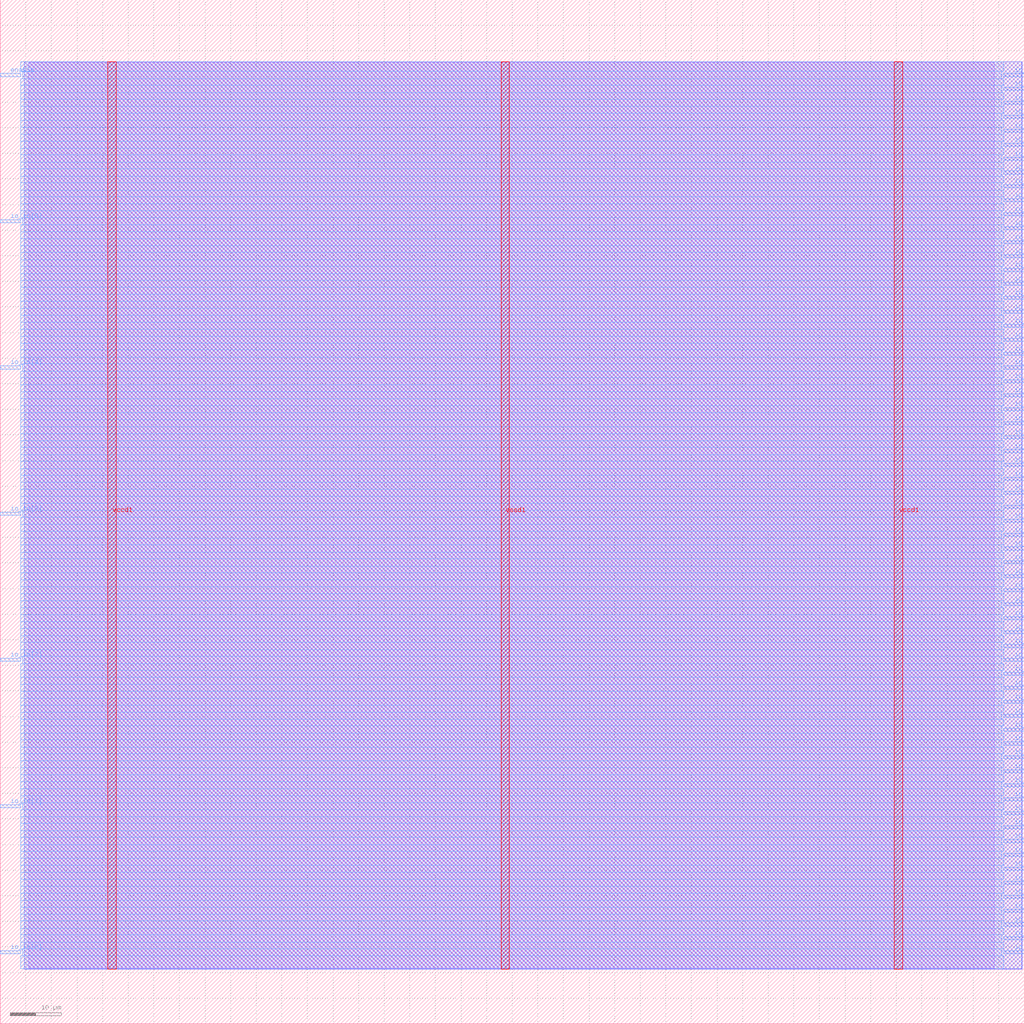
<source format=lef>
VERSION 5.7 ;
  NOWIREEXTENSIONATPIN ON ;
  DIVIDERCHAR "/" ;
  BUSBITCHARS "[]" ;
MACRO decoder_proj
  CLASS BLOCK ;
  FOREIGN decoder_proj ;
  ORIGIN 0.000 0.000 ;
  SIZE 200.000 BY 200.000 ;
  PIN enable
    DIRECTION INPUT ;
    USE SIGNAL ;
    ANTENNAGATEAREA 0.247500 ;
    PORT
      LAYER met3 ;
        RECT 0.000 185.000 4.000 185.600 ;
    END
  END enable
  PIN io_in[0]
    DIRECTION INPUT ;
    USE SIGNAL ;
    ANTENNAGATEAREA 0.742500 ;
    PORT
      LAYER met3 ;
        RECT 0.000 13.640 4.000 14.240 ;
    END
  END io_in[0]
  PIN io_in[1]
    DIRECTION INPUT ;
    USE SIGNAL ;
    ANTENNAGATEAREA 0.495000 ;
    PORT
      LAYER met3 ;
        RECT 0.000 42.200 4.000 42.800 ;
    END
  END io_in[1]
  PIN io_in[2]
    DIRECTION INPUT ;
    USE SIGNAL ;
    ANTENNAGATEAREA 0.495000 ;
    PORT
      LAYER met3 ;
        RECT 0.000 70.760 4.000 71.360 ;
    END
  END io_in[2]
  PIN io_in[3]
    DIRECTION INPUT ;
    USE SIGNAL ;
    ANTENNAGATEAREA 0.495000 ;
    PORT
      LAYER met3 ;
        RECT 0.000 99.320 4.000 99.920 ;
    END
  END io_in[3]
  PIN io_in[4]
    DIRECTION INPUT ;
    USE SIGNAL ;
    ANTENNAGATEAREA 0.213000 ;
    PORT
      LAYER met3 ;
        RECT 0.000 127.880 4.000 128.480 ;
    END
  END io_in[4]
  PIN io_in[5]
    DIRECTION INPUT ;
    USE SIGNAL ;
    ANTENNAGATEAREA 0.213000 ;
    PORT
      LAYER met3 ;
        RECT 0.000 156.440 4.000 157.040 ;
    END
  END io_in[5]
  PIN io_out[0]
    DIRECTION OUTPUT TRISTATE ;
    USE SIGNAL ;
    ANTENNADIFFAREA 0.795200 ;
    PORT
      LAYER met3 ;
        RECT 196.000 13.640 200.000 14.240 ;
    END
  END io_out[0]
  PIN io_out[10]
    DIRECTION OUTPUT TRISTATE ;
    USE SIGNAL ;
    ANTENNADIFFAREA 0.795200 ;
    PORT
      LAYER met3 ;
        RECT 196.000 40.840 200.000 41.440 ;
    END
  END io_out[10]
  PIN io_out[11]
    DIRECTION OUTPUT TRISTATE ;
    USE SIGNAL ;
    ANTENNADIFFAREA 0.445500 ;
    PORT
      LAYER met3 ;
        RECT 196.000 43.560 200.000 44.160 ;
    END
  END io_out[11]
  PIN io_out[12]
    DIRECTION OUTPUT TRISTATE ;
    USE SIGNAL ;
    ANTENNADIFFAREA 0.795200 ;
    PORT
      LAYER met3 ;
        RECT 196.000 46.280 200.000 46.880 ;
    END
  END io_out[12]
  PIN io_out[13]
    DIRECTION OUTPUT TRISTATE ;
    USE SIGNAL ;
    ANTENNADIFFAREA 0.795200 ;
    PORT
      LAYER met3 ;
        RECT 196.000 49.000 200.000 49.600 ;
    END
  END io_out[13]
  PIN io_out[14]
    DIRECTION OUTPUT TRISTATE ;
    USE SIGNAL ;
    ANTENNADIFFAREA 0.445500 ;
    PORT
      LAYER met3 ;
        RECT 196.000 51.720 200.000 52.320 ;
    END
  END io_out[14]
  PIN io_out[15]
    DIRECTION OUTPUT TRISTATE ;
    USE SIGNAL ;
    ANTENNADIFFAREA 0.795200 ;
    PORT
      LAYER met3 ;
        RECT 196.000 54.440 200.000 55.040 ;
    END
  END io_out[15]
  PIN io_out[16]
    DIRECTION OUTPUT TRISTATE ;
    USE SIGNAL ;
    ANTENNADIFFAREA 0.795200 ;
    PORT
      LAYER met3 ;
        RECT 196.000 57.160 200.000 57.760 ;
    END
  END io_out[16]
  PIN io_out[17]
    DIRECTION OUTPUT TRISTATE ;
    USE SIGNAL ;
    ANTENNADIFFAREA 0.445500 ;
    PORT
      LAYER met3 ;
        RECT 196.000 59.880 200.000 60.480 ;
    END
  END io_out[17]
  PIN io_out[18]
    DIRECTION OUTPUT TRISTATE ;
    USE SIGNAL ;
    ANTENNADIFFAREA 0.795200 ;
    PORT
      LAYER met3 ;
        RECT 196.000 62.600 200.000 63.200 ;
    END
  END io_out[18]
  PIN io_out[19]
    DIRECTION OUTPUT TRISTATE ;
    USE SIGNAL ;
    ANTENNADIFFAREA 0.445500 ;
    PORT
      LAYER met3 ;
        RECT 196.000 65.320 200.000 65.920 ;
    END
  END io_out[19]
  PIN io_out[1]
    DIRECTION OUTPUT TRISTATE ;
    USE SIGNAL ;
    ANTENNADIFFAREA 0.445500 ;
    PORT
      LAYER met3 ;
        RECT 196.000 16.360 200.000 16.960 ;
    END
  END io_out[1]
  PIN io_out[20]
    DIRECTION OUTPUT TRISTATE ;
    USE SIGNAL ;
    ANTENNADIFFAREA 0.445500 ;
    PORT
      LAYER met3 ;
        RECT 196.000 68.040 200.000 68.640 ;
    END
  END io_out[20]
  PIN io_out[21]
    DIRECTION OUTPUT TRISTATE ;
    USE SIGNAL ;
    ANTENNADIFFAREA 0.445500 ;
    PORT
      LAYER met3 ;
        RECT 196.000 70.760 200.000 71.360 ;
    END
  END io_out[21]
  PIN io_out[22]
    DIRECTION OUTPUT TRISTATE ;
    USE SIGNAL ;
    ANTENNADIFFAREA 0.795200 ;
    PORT
      LAYER met3 ;
        RECT 196.000 73.480 200.000 74.080 ;
    END
  END io_out[22]
  PIN io_out[23]
    DIRECTION OUTPUT TRISTATE ;
    USE SIGNAL ;
    ANTENNADIFFAREA 0.795200 ;
    PORT
      LAYER met3 ;
        RECT 196.000 76.200 200.000 76.800 ;
    END
  END io_out[23]
  PIN io_out[24]
    DIRECTION OUTPUT TRISTATE ;
    USE SIGNAL ;
    ANTENNADIFFAREA 0.445500 ;
    PORT
      LAYER met3 ;
        RECT 196.000 78.920 200.000 79.520 ;
    END
  END io_out[24]
  PIN io_out[25]
    DIRECTION OUTPUT TRISTATE ;
    USE SIGNAL ;
    ANTENNADIFFAREA 0.795200 ;
    PORT
      LAYER met3 ;
        RECT 196.000 81.640 200.000 82.240 ;
    END
  END io_out[25]
  PIN io_out[26]
    DIRECTION OUTPUT TRISTATE ;
    USE SIGNAL ;
    ANTENNADIFFAREA 0.445500 ;
    PORT
      LAYER met3 ;
        RECT 196.000 84.360 200.000 84.960 ;
    END
  END io_out[26]
  PIN io_out[27]
    DIRECTION OUTPUT TRISTATE ;
    USE SIGNAL ;
    ANTENNADIFFAREA 0.445500 ;
    PORT
      LAYER met3 ;
        RECT 196.000 87.080 200.000 87.680 ;
    END
  END io_out[27]
  PIN io_out[28]
    DIRECTION OUTPUT TRISTATE ;
    USE SIGNAL ;
    ANTENNADIFFAREA 0.795200 ;
    PORT
      LAYER met3 ;
        RECT 196.000 89.800 200.000 90.400 ;
    END
  END io_out[28]
  PIN io_out[29]
    DIRECTION OUTPUT TRISTATE ;
    USE SIGNAL ;
    ANTENNADIFFAREA 0.445500 ;
    PORT
      LAYER met3 ;
        RECT 196.000 92.520 200.000 93.120 ;
    END
  END io_out[29]
  PIN io_out[2]
    DIRECTION OUTPUT TRISTATE ;
    USE SIGNAL ;
    ANTENNADIFFAREA 0.795200 ;
    PORT
      LAYER met3 ;
        RECT 196.000 19.080 200.000 19.680 ;
    END
  END io_out[2]
  PIN io_out[30]
    DIRECTION OUTPUT TRISTATE ;
    USE SIGNAL ;
    ANTENNADIFFAREA 0.795200 ;
    PORT
      LAYER met3 ;
        RECT 196.000 95.240 200.000 95.840 ;
    END
  END io_out[30]
  PIN io_out[31]
    DIRECTION OUTPUT TRISTATE ;
    USE SIGNAL ;
    ANTENNADIFFAREA 0.795200 ;
    PORT
      LAYER met3 ;
        RECT 196.000 97.960 200.000 98.560 ;
    END
  END io_out[31]
  PIN io_out[32]
    DIRECTION OUTPUT TRISTATE ;
    USE SIGNAL ;
    ANTENNADIFFAREA 0.445500 ;
    PORT
      LAYER met3 ;
        RECT 196.000 100.680 200.000 101.280 ;
    END
  END io_out[32]
  PIN io_out[33]
    DIRECTION OUTPUT TRISTATE ;
    USE SIGNAL ;
    ANTENNADIFFAREA 0.795200 ;
    PORT
      LAYER met3 ;
        RECT 196.000 103.400 200.000 104.000 ;
    END
  END io_out[33]
  PIN io_out[34]
    DIRECTION OUTPUT TRISTATE ;
    USE SIGNAL ;
    ANTENNADIFFAREA 0.445500 ;
    PORT
      LAYER met3 ;
        RECT 196.000 106.120 200.000 106.720 ;
    END
  END io_out[34]
  PIN io_out[35]
    DIRECTION OUTPUT TRISTATE ;
    USE SIGNAL ;
    ANTENNADIFFAREA 0.795200 ;
    PORT
      LAYER met3 ;
        RECT 196.000 108.840 200.000 109.440 ;
    END
  END io_out[35]
  PIN io_out[36]
    DIRECTION OUTPUT TRISTATE ;
    USE SIGNAL ;
    ANTENNADIFFAREA 0.445500 ;
    PORT
      LAYER met3 ;
        RECT 196.000 111.560 200.000 112.160 ;
    END
  END io_out[36]
  PIN io_out[37]
    DIRECTION OUTPUT TRISTATE ;
    USE SIGNAL ;
    ANTENNADIFFAREA 0.445500 ;
    PORT
      LAYER met3 ;
        RECT 196.000 114.280 200.000 114.880 ;
    END
  END io_out[37]
  PIN io_out[38]
    DIRECTION OUTPUT TRISTATE ;
    USE SIGNAL ;
    ANTENNADIFFAREA 0.795200 ;
    PORT
      LAYER met3 ;
        RECT 196.000 117.000 200.000 117.600 ;
    END
  END io_out[38]
  PIN io_out[39]
    DIRECTION OUTPUT TRISTATE ;
    USE SIGNAL ;
    ANTENNADIFFAREA 0.445500 ;
    PORT
      LAYER met3 ;
        RECT 196.000 119.720 200.000 120.320 ;
    END
  END io_out[39]
  PIN io_out[3]
    DIRECTION OUTPUT TRISTATE ;
    USE SIGNAL ;
    ANTENNADIFFAREA 0.795200 ;
    PORT
      LAYER met3 ;
        RECT 196.000 21.800 200.000 22.400 ;
    END
  END io_out[3]
  PIN io_out[40]
    DIRECTION OUTPUT TRISTATE ;
    USE SIGNAL ;
    ANTENNADIFFAREA 0.795200 ;
    PORT
      LAYER met3 ;
        RECT 196.000 122.440 200.000 123.040 ;
    END
  END io_out[40]
  PIN io_out[41]
    DIRECTION OUTPUT TRISTATE ;
    USE SIGNAL ;
    ANTENNADIFFAREA 0.795200 ;
    PORT
      LAYER met3 ;
        RECT 196.000 125.160 200.000 125.760 ;
    END
  END io_out[41]
  PIN io_out[42]
    DIRECTION OUTPUT TRISTATE ;
    USE SIGNAL ;
    ANTENNADIFFAREA 0.445500 ;
    PORT
      LAYER met3 ;
        RECT 196.000 127.880 200.000 128.480 ;
    END
  END io_out[42]
  PIN io_out[43]
    DIRECTION OUTPUT TRISTATE ;
    USE SIGNAL ;
    ANTENNADIFFAREA 0.795200 ;
    PORT
      LAYER met3 ;
        RECT 196.000 130.600 200.000 131.200 ;
    END
  END io_out[43]
  PIN io_out[44]
    DIRECTION OUTPUT TRISTATE ;
    USE SIGNAL ;
    ANTENNADIFFAREA 0.445500 ;
    PORT
      LAYER met3 ;
        RECT 196.000 133.320 200.000 133.920 ;
    END
  END io_out[44]
  PIN io_out[45]
    DIRECTION OUTPUT TRISTATE ;
    USE SIGNAL ;
    ANTENNADIFFAREA 0.445500 ;
    PORT
      LAYER met3 ;
        RECT 196.000 136.040 200.000 136.640 ;
    END
  END io_out[45]
  PIN io_out[46]
    DIRECTION OUTPUT TRISTATE ;
    USE SIGNAL ;
    ANTENNADIFFAREA 0.795200 ;
    PORT
      LAYER met3 ;
        RECT 196.000 138.760 200.000 139.360 ;
    END
  END io_out[46]
  PIN io_out[47]
    DIRECTION OUTPUT TRISTATE ;
    USE SIGNAL ;
    ANTENNADIFFAREA 0.445500 ;
    PORT
      LAYER met3 ;
        RECT 196.000 141.480 200.000 142.080 ;
    END
  END io_out[47]
  PIN io_out[48]
    DIRECTION OUTPUT TRISTATE ;
    USE SIGNAL ;
    ANTENNADIFFAREA 0.795200 ;
    PORT
      LAYER met3 ;
        RECT 196.000 144.200 200.000 144.800 ;
    END
  END io_out[48]
  PIN io_out[49]
    DIRECTION OUTPUT TRISTATE ;
    USE SIGNAL ;
    ANTENNADIFFAREA 0.445500 ;
    PORT
      LAYER met3 ;
        RECT 196.000 146.920 200.000 147.520 ;
    END
  END io_out[49]
  PIN io_out[4]
    DIRECTION OUTPUT TRISTATE ;
    USE SIGNAL ;
    ANTENNADIFFAREA 0.445500 ;
    PORT
      LAYER met3 ;
        RECT 196.000 24.520 200.000 25.120 ;
    END
  END io_out[4]
  PIN io_out[50]
    DIRECTION OUTPUT TRISTATE ;
    USE SIGNAL ;
    ANTENNADIFFAREA 0.795200 ;
    PORT
      LAYER met3 ;
        RECT 196.000 149.640 200.000 150.240 ;
    END
  END io_out[50]
  PIN io_out[51]
    DIRECTION OUTPUT TRISTATE ;
    USE SIGNAL ;
    ANTENNADIFFAREA 0.795200 ;
    PORT
      LAYER met3 ;
        RECT 196.000 152.360 200.000 152.960 ;
    END
  END io_out[51]
  PIN io_out[52]
    DIRECTION OUTPUT TRISTATE ;
    USE SIGNAL ;
    ANTENNADIFFAREA 0.445500 ;
    PORT
      LAYER met3 ;
        RECT 196.000 155.080 200.000 155.680 ;
    END
  END io_out[52]
  PIN io_out[53]
    DIRECTION OUTPUT TRISTATE ;
    USE SIGNAL ;
    ANTENNADIFFAREA 0.795200 ;
    PORT
      LAYER met3 ;
        RECT 196.000 157.800 200.000 158.400 ;
    END
  END io_out[53]
  PIN io_out[54]
    DIRECTION OUTPUT TRISTATE ;
    USE SIGNAL ;
    ANTENNADIFFAREA 0.445500 ;
    PORT
      LAYER met3 ;
        RECT 196.000 160.520 200.000 161.120 ;
    END
  END io_out[54]
  PIN io_out[55]
    DIRECTION OUTPUT TRISTATE ;
    USE SIGNAL ;
    ANTENNADIFFAREA 0.445500 ;
    PORT
      LAYER met3 ;
        RECT 196.000 163.240 200.000 163.840 ;
    END
  END io_out[55]
  PIN io_out[56]
    DIRECTION OUTPUT TRISTATE ;
    USE SIGNAL ;
    ANTENNADIFFAREA 0.795200 ;
    PORT
      LAYER met3 ;
        RECT 196.000 165.960 200.000 166.560 ;
    END
  END io_out[56]
  PIN io_out[57]
    DIRECTION OUTPUT TRISTATE ;
    USE SIGNAL ;
    ANTENNADIFFAREA 0.445500 ;
    PORT
      LAYER met3 ;
        RECT 196.000 168.680 200.000 169.280 ;
    END
  END io_out[57]
  PIN io_out[58]
    DIRECTION OUTPUT TRISTATE ;
    USE SIGNAL ;
    ANTENNADIFFAREA 0.795200 ;
    PORT
      LAYER met3 ;
        RECT 196.000 171.400 200.000 172.000 ;
    END
  END io_out[58]
  PIN io_out[59]
    DIRECTION OUTPUT TRISTATE ;
    USE SIGNAL ;
    ANTENNADIFFAREA 0.795200 ;
    PORT
      LAYER met3 ;
        RECT 196.000 174.120 200.000 174.720 ;
    END
  END io_out[59]
  PIN io_out[5]
    DIRECTION OUTPUT TRISTATE ;
    USE SIGNAL ;
    ANTENNADIFFAREA 0.795200 ;
    PORT
      LAYER met3 ;
        RECT 196.000 27.240 200.000 27.840 ;
    END
  END io_out[5]
  PIN io_out[60]
    DIRECTION OUTPUT TRISTATE ;
    USE SIGNAL ;
    ANTENNADIFFAREA 0.795200 ;
    PORT
      LAYER met3 ;
        RECT 196.000 176.840 200.000 177.440 ;
    END
  END io_out[60]
  PIN io_out[61]
    DIRECTION OUTPUT TRISTATE ;
    USE SIGNAL ;
    ANTENNADIFFAREA 0.795200 ;
    PORT
      LAYER met3 ;
        RECT 196.000 179.560 200.000 180.160 ;
    END
  END io_out[61]
  PIN io_out[62]
    DIRECTION OUTPUT TRISTATE ;
    USE SIGNAL ;
    ANTENNADIFFAREA 0.445500 ;
    PORT
      LAYER met3 ;
        RECT 196.000 182.280 200.000 182.880 ;
    END
  END io_out[62]
  PIN io_out[63]
    DIRECTION OUTPUT TRISTATE ;
    USE SIGNAL ;
    ANTENNADIFFAREA 0.795200 ;
    PORT
      LAYER met3 ;
        RECT 196.000 185.000 200.000 185.600 ;
    END
  END io_out[63]
  PIN io_out[6]
    DIRECTION OUTPUT TRISTATE ;
    USE SIGNAL ;
    ANTENNADIFFAREA 0.445500 ;
    PORT
      LAYER met3 ;
        RECT 196.000 29.960 200.000 30.560 ;
    END
  END io_out[6]
  PIN io_out[7]
    DIRECTION OUTPUT TRISTATE ;
    USE SIGNAL ;
    ANTENNADIFFAREA 0.795200 ;
    PORT
      LAYER met3 ;
        RECT 196.000 32.680 200.000 33.280 ;
    END
  END io_out[7]
  PIN io_out[8]
    DIRECTION OUTPUT TRISTATE ;
    USE SIGNAL ;
    ANTENNADIFFAREA 0.445500 ;
    PORT
      LAYER met3 ;
        RECT 196.000 35.400 200.000 36.000 ;
    END
  END io_out[8]
  PIN io_out[9]
    DIRECTION OUTPUT TRISTATE ;
    USE SIGNAL ;
    ANTENNADIFFAREA 0.445500 ;
    PORT
      LAYER met3 ;
        RECT 196.000 38.120 200.000 38.720 ;
    END
  END io_out[9]
  PIN vccd1
    DIRECTION INOUT ;
    USE POWER ;
    PORT
      LAYER met4 ;
        RECT 21.040 10.640 22.640 187.920 ;
    END
    PORT
      LAYER met4 ;
        RECT 174.640 10.640 176.240 187.920 ;
    END
  END vccd1
  PIN vssd1
    DIRECTION INOUT ;
    USE GROUND ;
    PORT
      LAYER met4 ;
        RECT 97.840 10.640 99.440 187.920 ;
    END
  END vssd1
  OBS
      LAYER li1 ;
        RECT 5.520 10.795 194.120 187.765 ;
      LAYER met1 ;
        RECT 4.670 10.640 199.570 187.920 ;
      LAYER met2 ;
        RECT 4.690 10.695 199.540 187.865 ;
      LAYER met3 ;
        RECT 3.990 186.000 196.000 187.845 ;
        RECT 4.400 184.600 195.600 186.000 ;
        RECT 3.990 183.280 196.000 184.600 ;
        RECT 3.990 181.880 195.600 183.280 ;
        RECT 3.990 180.560 196.000 181.880 ;
        RECT 3.990 179.160 195.600 180.560 ;
        RECT 3.990 177.840 196.000 179.160 ;
        RECT 3.990 176.440 195.600 177.840 ;
        RECT 3.990 175.120 196.000 176.440 ;
        RECT 3.990 173.720 195.600 175.120 ;
        RECT 3.990 172.400 196.000 173.720 ;
        RECT 3.990 171.000 195.600 172.400 ;
        RECT 3.990 169.680 196.000 171.000 ;
        RECT 3.990 168.280 195.600 169.680 ;
        RECT 3.990 166.960 196.000 168.280 ;
        RECT 3.990 165.560 195.600 166.960 ;
        RECT 3.990 164.240 196.000 165.560 ;
        RECT 3.990 162.840 195.600 164.240 ;
        RECT 3.990 161.520 196.000 162.840 ;
        RECT 3.990 160.120 195.600 161.520 ;
        RECT 3.990 158.800 196.000 160.120 ;
        RECT 3.990 157.440 195.600 158.800 ;
        RECT 4.400 157.400 195.600 157.440 ;
        RECT 4.400 156.080 196.000 157.400 ;
        RECT 4.400 156.040 195.600 156.080 ;
        RECT 3.990 154.680 195.600 156.040 ;
        RECT 3.990 153.360 196.000 154.680 ;
        RECT 3.990 151.960 195.600 153.360 ;
        RECT 3.990 150.640 196.000 151.960 ;
        RECT 3.990 149.240 195.600 150.640 ;
        RECT 3.990 147.920 196.000 149.240 ;
        RECT 3.990 146.520 195.600 147.920 ;
        RECT 3.990 145.200 196.000 146.520 ;
        RECT 3.990 143.800 195.600 145.200 ;
        RECT 3.990 142.480 196.000 143.800 ;
        RECT 3.990 141.080 195.600 142.480 ;
        RECT 3.990 139.760 196.000 141.080 ;
        RECT 3.990 138.360 195.600 139.760 ;
        RECT 3.990 137.040 196.000 138.360 ;
        RECT 3.990 135.640 195.600 137.040 ;
        RECT 3.990 134.320 196.000 135.640 ;
        RECT 3.990 132.920 195.600 134.320 ;
        RECT 3.990 131.600 196.000 132.920 ;
        RECT 3.990 130.200 195.600 131.600 ;
        RECT 3.990 128.880 196.000 130.200 ;
        RECT 4.400 127.480 195.600 128.880 ;
        RECT 3.990 126.160 196.000 127.480 ;
        RECT 3.990 124.760 195.600 126.160 ;
        RECT 3.990 123.440 196.000 124.760 ;
        RECT 3.990 122.040 195.600 123.440 ;
        RECT 3.990 120.720 196.000 122.040 ;
        RECT 3.990 119.320 195.600 120.720 ;
        RECT 3.990 118.000 196.000 119.320 ;
        RECT 3.990 116.600 195.600 118.000 ;
        RECT 3.990 115.280 196.000 116.600 ;
        RECT 3.990 113.880 195.600 115.280 ;
        RECT 3.990 112.560 196.000 113.880 ;
        RECT 3.990 111.160 195.600 112.560 ;
        RECT 3.990 109.840 196.000 111.160 ;
        RECT 3.990 108.440 195.600 109.840 ;
        RECT 3.990 107.120 196.000 108.440 ;
        RECT 3.990 105.720 195.600 107.120 ;
        RECT 3.990 104.400 196.000 105.720 ;
        RECT 3.990 103.000 195.600 104.400 ;
        RECT 3.990 101.680 196.000 103.000 ;
        RECT 3.990 100.320 195.600 101.680 ;
        RECT 4.400 100.280 195.600 100.320 ;
        RECT 4.400 98.960 196.000 100.280 ;
        RECT 4.400 98.920 195.600 98.960 ;
        RECT 3.990 97.560 195.600 98.920 ;
        RECT 3.990 96.240 196.000 97.560 ;
        RECT 3.990 94.840 195.600 96.240 ;
        RECT 3.990 93.520 196.000 94.840 ;
        RECT 3.990 92.120 195.600 93.520 ;
        RECT 3.990 90.800 196.000 92.120 ;
        RECT 3.990 89.400 195.600 90.800 ;
        RECT 3.990 88.080 196.000 89.400 ;
        RECT 3.990 86.680 195.600 88.080 ;
        RECT 3.990 85.360 196.000 86.680 ;
        RECT 3.990 83.960 195.600 85.360 ;
        RECT 3.990 82.640 196.000 83.960 ;
        RECT 3.990 81.240 195.600 82.640 ;
        RECT 3.990 79.920 196.000 81.240 ;
        RECT 3.990 78.520 195.600 79.920 ;
        RECT 3.990 77.200 196.000 78.520 ;
        RECT 3.990 75.800 195.600 77.200 ;
        RECT 3.990 74.480 196.000 75.800 ;
        RECT 3.990 73.080 195.600 74.480 ;
        RECT 3.990 71.760 196.000 73.080 ;
        RECT 4.400 70.360 195.600 71.760 ;
        RECT 3.990 69.040 196.000 70.360 ;
        RECT 3.990 67.640 195.600 69.040 ;
        RECT 3.990 66.320 196.000 67.640 ;
        RECT 3.990 64.920 195.600 66.320 ;
        RECT 3.990 63.600 196.000 64.920 ;
        RECT 3.990 62.200 195.600 63.600 ;
        RECT 3.990 60.880 196.000 62.200 ;
        RECT 3.990 59.480 195.600 60.880 ;
        RECT 3.990 58.160 196.000 59.480 ;
        RECT 3.990 56.760 195.600 58.160 ;
        RECT 3.990 55.440 196.000 56.760 ;
        RECT 3.990 54.040 195.600 55.440 ;
        RECT 3.990 52.720 196.000 54.040 ;
        RECT 3.990 51.320 195.600 52.720 ;
        RECT 3.990 50.000 196.000 51.320 ;
        RECT 3.990 48.600 195.600 50.000 ;
        RECT 3.990 47.280 196.000 48.600 ;
        RECT 3.990 45.880 195.600 47.280 ;
        RECT 3.990 44.560 196.000 45.880 ;
        RECT 3.990 43.200 195.600 44.560 ;
        RECT 4.400 43.160 195.600 43.200 ;
        RECT 4.400 41.840 196.000 43.160 ;
        RECT 4.400 41.800 195.600 41.840 ;
        RECT 3.990 40.440 195.600 41.800 ;
        RECT 3.990 39.120 196.000 40.440 ;
        RECT 3.990 37.720 195.600 39.120 ;
        RECT 3.990 36.400 196.000 37.720 ;
        RECT 3.990 35.000 195.600 36.400 ;
        RECT 3.990 33.680 196.000 35.000 ;
        RECT 3.990 32.280 195.600 33.680 ;
        RECT 3.990 30.960 196.000 32.280 ;
        RECT 3.990 29.560 195.600 30.960 ;
        RECT 3.990 28.240 196.000 29.560 ;
        RECT 3.990 26.840 195.600 28.240 ;
        RECT 3.990 25.520 196.000 26.840 ;
        RECT 3.990 24.120 195.600 25.520 ;
        RECT 3.990 22.800 196.000 24.120 ;
        RECT 3.990 21.400 195.600 22.800 ;
        RECT 3.990 20.080 196.000 21.400 ;
        RECT 3.990 18.680 195.600 20.080 ;
        RECT 3.990 17.360 196.000 18.680 ;
        RECT 3.990 15.960 195.600 17.360 ;
        RECT 3.990 14.640 196.000 15.960 ;
        RECT 4.400 13.240 195.600 14.640 ;
        RECT 3.990 10.715 196.000 13.240 ;
  END
END decoder_proj
END LIBRARY


</source>
